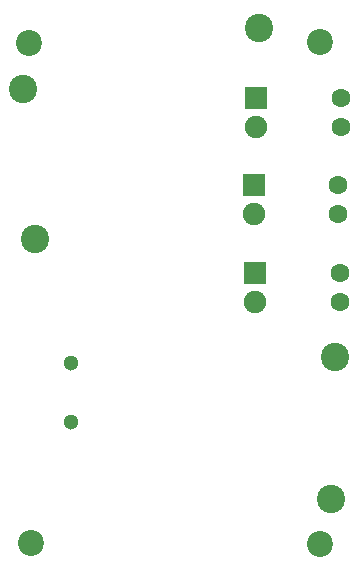
<source format=gbs>
G04 #@! TF.GenerationSoftware,KiCad,Pcbnew,(5.1.9-0-10_14)*
G04 #@! TF.CreationDate,2021-03-21T12:23:30-04:00*
G04 #@! TF.ProjectId,Antoinette_PowerBank,416e746f-696e-4657-9474-655f506f7765,rev?*
G04 #@! TF.SameCoordinates,Original*
G04 #@! TF.FileFunction,Soldermask,Bot*
G04 #@! TF.FilePolarity,Negative*
%FSLAX46Y46*%
G04 Gerber Fmt 4.6, Leading zero omitted, Abs format (unit mm)*
G04 Created by KiCad (PCBNEW (5.1.9-0-10_14)) date 2021-03-21 12:23:30*
%MOMM*%
%LPD*%
G01*
G04 APERTURE LIST*
%ADD10C,2.200000*%
%ADD11C,2.400000*%
%ADD12C,1.300000*%
%ADD13R,1.900000X1.900000*%
%ADD14C,1.900000*%
%ADD15C,1.600000*%
G04 APERTURE END LIST*
D10*
G04 #@! TO.C,REF\u002A\u002A*
X73152000Y-74993500D03*
G04 #@! TD*
G04 #@! TO.C,R*
X97663000Y-75120500D03*
G04 #@! TD*
G04 #@! TO.C,REF\u002A\u002A*
X97663000Y-32575500D03*
G04 #@! TD*
G04 #@! TO.C,REF\u002A\u002A*
X73025000Y-32639000D03*
G04 #@! TD*
D11*
G04 #@! TO.C,TP1*
X92456000Y-31394400D03*
G04 #@! TD*
D12*
G04 #@! TO.C,J4*
X76581000Y-64793500D03*
X76581000Y-59793500D03*
G04 #@! TD*
D11*
G04 #@! TO.C,TP2*
X72453500Y-36576000D03*
G04 #@! TD*
G04 #@! TO.C,TP3*
X98552000Y-71272400D03*
G04 #@! TD*
G04 #@! TO.C,TP4*
X98907600Y-59232800D03*
G04 #@! TD*
G04 #@! TO.C,TP5*
X73533000Y-49276000D03*
G04 #@! TD*
D13*
G04 #@! TO.C,J1*
X92189300Y-37312600D03*
D14*
X92189300Y-39812600D03*
D15*
X99369300Y-37312600D03*
X99369300Y-39812600D03*
G04 #@! TD*
D13*
G04 #@! TO.C,J3*
X91998800Y-44678600D03*
D14*
X91998800Y-47178600D03*
D15*
X99178800Y-44678600D03*
X99178800Y-47178600D03*
G04 #@! TD*
D13*
G04 #@! TO.C,J5*
X92138500Y-52133500D03*
D14*
X92138500Y-54633500D03*
D15*
X99318500Y-52133500D03*
X99318500Y-54633500D03*
G04 #@! TD*
M02*

</source>
